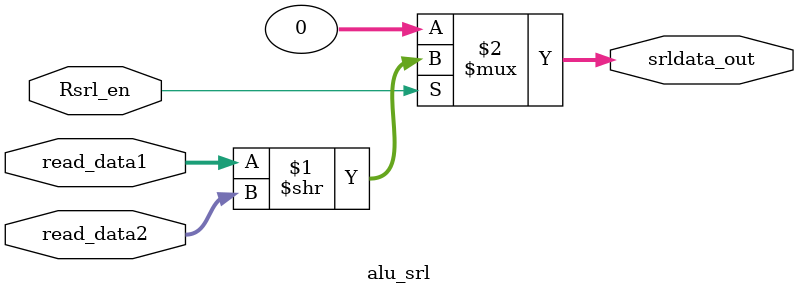
<source format=v>
module alu_module(Radd_en,Rsub_en,Ror_en,Rxor_en,Rand_en,Rslt_en,Rsltu_en,Rsll_en,Rsrl_en,Rsra_en,read_data1,read_data2,alu_out);

input wire Radd_en,Rsub_en,Ror_en,Rxor_en,Rand_en,Rslt_en,Rsltu_en,Rsll_en,Rsrl_en,Rsra_en;
input wire [31:0] read_data1,read_data2;
output reg [31:0] alu_out;

wire [31:0] adddata_out,subdata_out,ordata_out,xordata_out,anddata_out,sltdata_out,sltudata_out,slldata_out,srldata_out,sradata_out;

alu_add u1(.read_data1(read_data1),.read_data2(read_data2),.adddata_out(adddata_out),.Radd_en(Radd_en));
alu_sub u2(.read_data1(read_data1),.read_data2(read_data2),.subdata_out(subdata_out),.Rsub_en(Rsub_en));
alu_or u3(.read_data1(read_data1),.read_data2(read_data2),.ordata_out(ordata_out),.Ror_en(Ror_en));
alu_xor u4(.read_data1(read_data1),.read_data2(read_data2),.xordata_out(xordata_out),.Rxor_en(Rxor_en));
alu_and u5(.read_data1(read_data1),.read_data2(read_data2),.anddata_out(anddata_out),.Rand_en(Rand_en));
alu_slt u6(.read_data1(read_data1),.read_data2(read_data2),.sltdata_out(sltdata_out),.Rslt_en(Rslt_en));
alu_sltu u7(.read_data1(read_data1),.read_data2(read_data2),.sltudata_out(sltudata_out),.Rsltu_en(Rsltu_en));
alu_sll u8(.read_data1(read_data1),.read_data2(read_data2),.slldata_out(slldata_out),.Rsll_en(Rsll_en));
alu_srl u9(.read_data1(read_data1),.read_data2(read_data2),.srldata_out(srldata_out),.Rsrl_en(Rsrl_en));
alu_sra u10(.read_data1(read_data1),.read_data2(read_data2),.sradata_out(sradata_out),.Rsra_en(Rsra_en));

always@(*)
begin
case({Radd_en,Rsub_en,Ror_en,Rxor_en,Rand_en,Rslt_en,Rsltu_en,Rsll_en,Rsrl_en,Rsra_en})

10'b1000000000 : alu_out<=adddata_out;
10'b0100000000 : alu_out<=subdata_out;
10'b0010000000 : alu_out<=ordata_out;
10'b0001000000 : alu_out<=xordata_out;
10'b0000100000 : alu_out<=anddata_out;
10'b0000010000 : alu_out<=sltdata_out;
10'b0000001000 : alu_out<=sltudata_out;
10'b0000000100 : alu_out<=slldata_out;
10'b0000000010 : alu_out<=srldata_out;
10'b0000000001 : alu_out<=sradata_out;
default : alu_out<=0;
endcase
end
endmodule

//add
module alu_add(
input [31:0]read_data1,
input [31:0]read_data2,
output [31:0] adddata_out,
input Radd_en
);

assign adddata_out=Radd_en?(read_data1 + read_data2):0;
endmodule


//sub
module alu_sub(
input [31:0]read_data1,
input [31:0]read_data2,
output [31:0] subdata_out,

input Rsub_en
);

assign subdata_out=Rsub_en?((read_data1 > read_data2)?(read_data1-read_data2):(read_data2-read_data1)):0;
endmodule


//or
module alu_or(
input [31:0]read_data1,
input [31:0]read_data2,
output [31:0] ordata_out,

input Ror_en
);

assign ordata_out=Ror_en?(read_data1 | read_data2):0;
endmodule


//xor
module alu_xor(
input [31:0]read_data1,
input [31:0]read_data2,
output [31:0] xordata_out,

input Rxor_en
);

assign xordata_out=Rxor_en?(read_data1^read_data2):0;
endmodule

//and
module alu_and(
input [31:0]read_data1,
input [31:0]read_data2,
output reg [31:0] anddata_out,

input Rand_en
);

always@(*)
begin
if(Rand_en)
anddata_out<=(read_data1) & (read_data2);
else
anddata_out<=0;
end
endmodule

//slt
module alu_slt(
input [31:0]read_data1,
input [31:0]read_data2,
output reg [31:0] sltdata_out,

input Rslt_en
);

always@(*)
begin
case(Rslt_en)
1'b1:
begin
if(read_data1[31]==0 && read_data2[31]==0)
   begin
   if(read_data1<read_data2)
        sltdata_out<=1;
   else if(read_data1>read_data2)
	sltdata_out<=0;
   else
	sltdata_out<=32'bx;
   end
else if(read_data1[31]==0 && read_data2[31]==1)
        sltdata_out<=0;
else if(read_data1[31]==1 && read_data2[31]==0)
	sltdata_out<=1;
else if(read_data1[31]==1 && read_data2[31]==1)
   begin
   if(read_data1<read_data2)
        sltdata_out<=0;
   else if(read_data1>read_data2)
	sltdata_out<=1;
   else
	sltdata_out<=32'bx;
   end
else
	sltdata_out<=1'bx;
end
endcase
end
endmodule

//sll.........................................
module alu_sll(
input [31:0]read_data1,
input [31:0]read_data2,
output [31:0] slldata_out,

input Rsll_en
);

assign slldata_out=Rsll_en?(read_data1 << read_data2):0;
endmodule

//sltu..........................................
module alu_sltu(
input [31:0]read_data1,
input [31:0]read_data2,
output reg [31:0] sltudata_out,

input Rsltu_en
);

always@(*)
begin
case(Rsltu_en)
1'b1:
  if(read_data1[31]==0 && read_data2[31]==0)
      begin
         if(read_data1>read_data2)	
	  sltudata_out<=1;
         else
	  sltudata_out<=0;
      end
  else
     sltudata_out<=0;

  default:
     sltudata_out<=0;

endcase
end
endmodule

//sra.......................................................
module alu_sra(
input [31:0]read_data1,
input [31:0]read_data2,
output [31:0] sradata_out,

input Rsra_en
);

assign sradata_out=Rsra_en?(read_data1 >>> read_data2):0;
endmodule

//srl......................................................
module alu_srl(
input [31:0]read_data1,
input [31:0]read_data2,
output [31:0] srldata_out,

input Rsrl_en
);

assign srldata_out=Rsrl_en?(read_data1 >> read_data2):0;
endmodule

</source>
